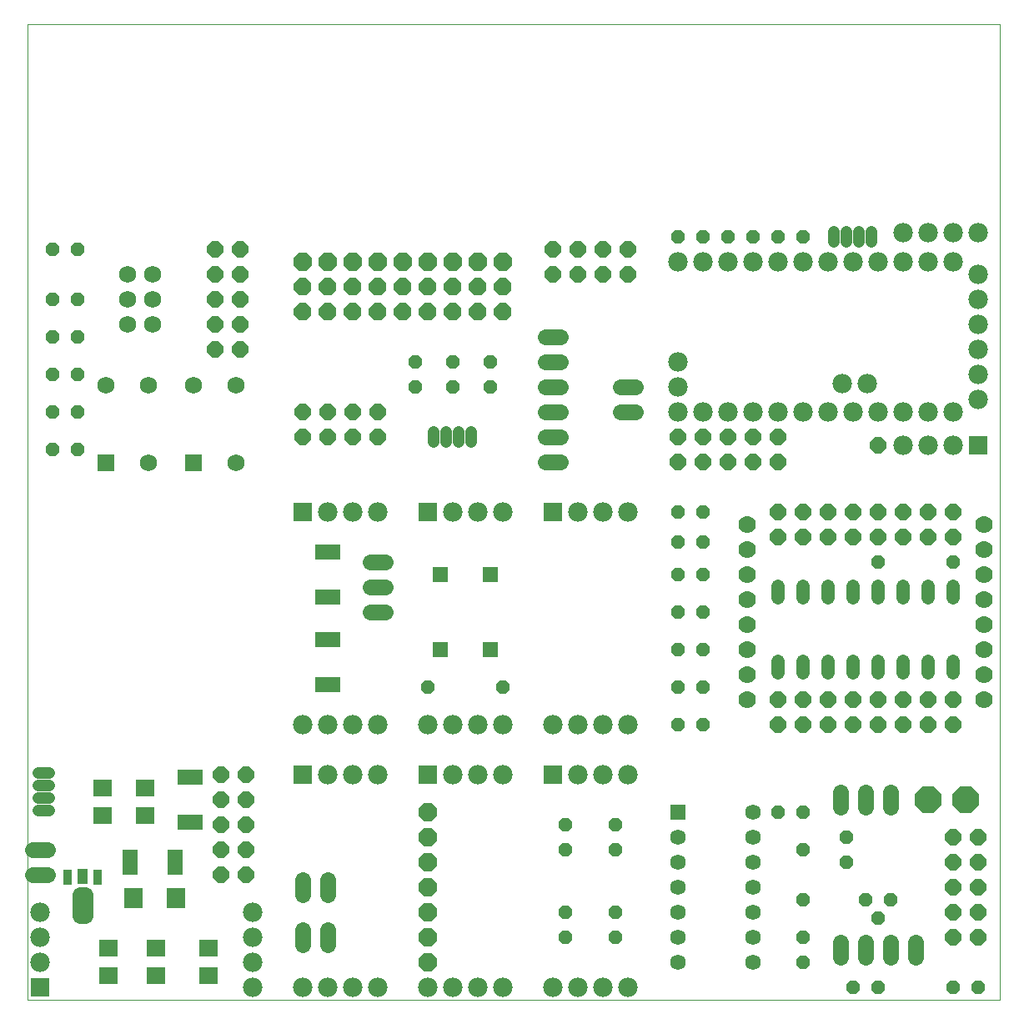
<source format=gbs>
G75*
%MOIN*%
%OFA0B0*%
%FSLAX24Y24*%
%IPPOS*%
%LPD*%
%AMOC8*
5,1,8,0,0,1.08239X$1,22.5*
%
%ADD10C,0.0000*%
%ADD11R,0.0749X0.0670*%
%ADD12R,0.0740X0.0840*%
%ADD13R,0.0355X0.0591*%
%ADD14C,0.0630*%
%ADD15R,0.0394X0.0630*%
%ADD16OC8,0.0640*%
%ADD17C,0.0640*%
%ADD18R,0.0690X0.0690*%
%ADD19C,0.0690*%
%ADD20OC8,0.0520*%
%ADD21R,0.0625X0.0625*%
%ADD22C,0.0625*%
%ADD23OC8,0.1040*%
%ADD24C,0.0780*%
%ADD25C,0.0680*%
%ADD26OC8,0.0740*%
%ADD27OC8,0.0700*%
%ADD28C,0.0453*%
%ADD29C,0.0700*%
%ADD30C,0.0520*%
%ADD31R,0.0780X0.0780*%
%ADD32R,0.0631X0.0631*%
%ADD33R,0.0985X0.0631*%
%ADD34R,0.0631X0.0985*%
D10*
X000535Y000450D02*
X000535Y039446D01*
X039405Y039446D01*
X039405Y000450D01*
X000535Y000450D01*
D11*
X003785Y001399D03*
X003785Y002501D03*
X005685Y002501D03*
X005685Y001399D03*
X007785Y001399D03*
X007785Y002501D03*
X005235Y007799D03*
X005235Y008901D03*
X003535Y008901D03*
X003535Y007799D03*
D12*
X004785Y004500D03*
X006485Y004500D03*
D13*
X003335Y005350D03*
X002135Y005350D03*
D14*
X002630Y003807D02*
X002840Y003807D01*
X002630Y003807D02*
X002630Y004653D01*
X002840Y004653D01*
X002840Y003807D01*
X002840Y004436D02*
X002630Y004436D01*
D15*
X002735Y005380D03*
D16*
X008285Y005450D03*
X008285Y006450D03*
X008285Y007450D03*
X008285Y008450D03*
X008285Y009450D03*
X009285Y009450D03*
X009285Y008450D03*
X009285Y007450D03*
X009285Y006450D03*
X009285Y005450D03*
X026535Y021950D03*
X027535Y021950D03*
X027535Y022950D03*
X026535Y022950D03*
X028535Y022950D03*
X029535Y022950D03*
X029535Y021950D03*
X028535Y021950D03*
X030535Y021950D03*
X030535Y022950D03*
X030535Y019950D03*
X031535Y019950D03*
X031535Y018950D03*
X030535Y018950D03*
X032535Y018950D03*
X033535Y018950D03*
X033535Y019950D03*
X032535Y019950D03*
X034535Y019950D03*
X035535Y019950D03*
X035535Y018950D03*
X034535Y018950D03*
X036535Y018950D03*
X037535Y018950D03*
X037535Y019950D03*
X036535Y019950D03*
X034535Y022600D03*
X024535Y029450D03*
X024535Y030450D03*
X023535Y030450D03*
X022535Y030450D03*
X022535Y029450D03*
X023535Y029450D03*
X021535Y029450D03*
X021535Y030450D03*
X014535Y023950D03*
X014535Y022950D03*
X013535Y022950D03*
X012535Y022950D03*
X012535Y023950D03*
X013535Y023950D03*
X011535Y023950D03*
X011535Y022950D03*
X009035Y026450D03*
X008035Y026450D03*
X008035Y027450D03*
X008035Y028450D03*
X009035Y028450D03*
X009035Y027450D03*
X009035Y029450D03*
X008035Y029450D03*
X008035Y030450D03*
X009035Y030450D03*
X030535Y012450D03*
X031535Y012450D03*
X031535Y011450D03*
X030535Y011450D03*
X032535Y011450D03*
X033535Y011450D03*
X033535Y012450D03*
X032535Y012450D03*
X034535Y012450D03*
X035535Y012450D03*
X035535Y011450D03*
X034535Y011450D03*
X036535Y011450D03*
X037535Y011450D03*
X037535Y012450D03*
X036535Y012450D03*
X037535Y006950D03*
X037535Y005950D03*
X037535Y004950D03*
X037535Y003950D03*
X037535Y002950D03*
X038535Y002950D03*
X038535Y003950D03*
X038535Y004950D03*
X038535Y005950D03*
X038535Y006950D03*
D17*
X035035Y008150D02*
X035035Y008750D01*
X034035Y008750D02*
X034035Y008150D01*
X033035Y008150D02*
X033035Y008750D01*
X033035Y002750D02*
X033035Y002150D01*
X034035Y002150D02*
X034035Y002750D01*
X035035Y002750D02*
X035035Y002150D01*
X036035Y002150D02*
X036035Y002750D01*
X021835Y021950D02*
X021235Y021950D01*
X021235Y022950D02*
X021835Y022950D01*
X021835Y023950D02*
X021235Y023950D01*
X021235Y024950D02*
X021835Y024950D01*
X021835Y025950D02*
X021235Y025950D01*
X021235Y026950D02*
X021835Y026950D01*
X024235Y024950D02*
X024835Y024950D01*
X024835Y023950D02*
X024235Y023950D01*
X014835Y017950D02*
X014235Y017950D01*
X014235Y016950D02*
X014835Y016950D01*
X014835Y015950D02*
X014235Y015950D01*
X012535Y005250D02*
X012535Y004650D01*
X011535Y004650D02*
X011535Y005250D01*
X011535Y003250D02*
X011535Y002650D01*
X012535Y002650D02*
X012535Y003250D01*
X001335Y005450D02*
X000735Y005450D01*
X000735Y006450D02*
X001335Y006450D01*
D18*
X003685Y021900D03*
X007185Y021900D03*
D19*
X005385Y021900D03*
X005385Y025000D03*
X003685Y025000D03*
X007185Y025000D03*
X008885Y025000D03*
X008885Y021900D03*
D20*
X002535Y022450D03*
X001535Y022450D03*
X001535Y023950D03*
X002535Y023950D03*
X002535Y025450D03*
X001535Y025450D03*
X001535Y026950D03*
X002535Y026950D03*
X002535Y028450D03*
X001535Y028450D03*
X001535Y030450D03*
X002535Y030450D03*
X016035Y025950D03*
X016035Y024950D03*
X017535Y024950D03*
X017535Y025950D03*
X019035Y025950D03*
X019035Y024950D03*
X026535Y019950D03*
X027535Y019950D03*
X027535Y018750D03*
X026535Y018750D03*
X026535Y017450D03*
X027535Y017450D03*
X027535Y015950D03*
X026535Y015950D03*
X026535Y014450D03*
X027535Y014450D03*
X027535Y012950D03*
X026535Y012950D03*
X026535Y011450D03*
X027535Y011450D03*
X030535Y007950D03*
X031535Y007950D03*
X031535Y006450D03*
X033285Y005950D03*
X033285Y006950D03*
X034035Y004450D03*
X034535Y003700D03*
X035035Y004450D03*
X031535Y004450D03*
X031535Y002950D03*
X031535Y001950D03*
X033535Y000950D03*
X034535Y000950D03*
X037535Y000950D03*
X038535Y000950D03*
X024035Y002950D03*
X024035Y003950D03*
X022035Y003950D03*
X022035Y002950D03*
X022035Y006450D03*
X022035Y007450D03*
X024035Y007450D03*
X024035Y006450D03*
X019535Y012950D03*
X016535Y012950D03*
X034535Y017950D03*
X037535Y017950D03*
X031535Y030950D03*
X030535Y030950D03*
X029535Y030950D03*
X028535Y030950D03*
X027535Y030950D03*
X026535Y030950D03*
D21*
X026535Y007950D03*
D22*
X026535Y006950D03*
X026535Y005950D03*
X026535Y004950D03*
X026535Y003950D03*
X026535Y002950D03*
X026535Y001950D03*
X029535Y001950D03*
X029535Y002950D03*
X029535Y003950D03*
X029535Y004950D03*
X029535Y005950D03*
X029535Y006950D03*
X029535Y007950D03*
D23*
X036535Y008450D03*
X038035Y008450D03*
D24*
X024535Y009450D03*
X023535Y009450D03*
X022535Y009450D03*
X022535Y011450D03*
X023535Y011450D03*
X024535Y011450D03*
X021535Y011450D03*
X019535Y011450D03*
X018535Y011450D03*
X017535Y011450D03*
X016535Y011450D03*
X014535Y011450D03*
X013535Y011450D03*
X012535Y011450D03*
X011535Y011450D03*
X012535Y009450D03*
X013535Y009450D03*
X014535Y009450D03*
X017535Y009450D03*
X018535Y009450D03*
X019535Y009450D03*
X019535Y000950D03*
X018535Y000950D03*
X017535Y000950D03*
X016535Y000950D03*
X014535Y000950D03*
X013535Y000950D03*
X012535Y000950D03*
X011535Y000950D03*
X009535Y000950D03*
X009535Y001950D03*
X009535Y002950D03*
X009535Y003950D03*
X001035Y003950D03*
X001035Y002950D03*
X001035Y001950D03*
X012535Y019950D03*
X013535Y019950D03*
X014535Y019950D03*
X017535Y019950D03*
X018535Y019950D03*
X019535Y019950D03*
X022535Y019950D03*
X023535Y019950D03*
X024535Y019950D03*
X026535Y023950D03*
X027535Y023950D03*
X028535Y023950D03*
X029535Y023950D03*
X030535Y023950D03*
X031535Y023950D03*
X032535Y023950D03*
X033535Y023950D03*
X034535Y023950D03*
X035535Y023950D03*
X036535Y023950D03*
X037535Y023950D03*
X038535Y024450D03*
X038535Y025450D03*
X038535Y026450D03*
X038535Y027450D03*
X038535Y028450D03*
X038535Y029450D03*
X037535Y029950D03*
X036535Y029950D03*
X035535Y029950D03*
X034535Y029950D03*
X033535Y029950D03*
X032535Y029950D03*
X031535Y029950D03*
X030535Y029950D03*
X029535Y029950D03*
X028535Y029950D03*
X027535Y029950D03*
X026535Y029950D03*
X026535Y025950D03*
X026535Y024950D03*
X033098Y025075D03*
X034098Y025075D03*
X035535Y022600D03*
X036535Y022600D03*
X037535Y022600D03*
X037535Y031100D03*
X036535Y031100D03*
X035535Y031100D03*
X038535Y031100D03*
X024535Y000950D03*
X023535Y000950D03*
X022535Y000950D03*
X021535Y000950D03*
D25*
X005535Y027450D03*
X004535Y027450D03*
X004535Y028450D03*
X005535Y028450D03*
X005535Y029450D03*
X004535Y029450D03*
D26*
X011535Y029950D03*
X012535Y029950D03*
X013535Y029950D03*
X014535Y029950D03*
X015535Y029950D03*
X016535Y029950D03*
X017535Y029950D03*
X018535Y029950D03*
X019535Y029950D03*
X016535Y007950D03*
X016535Y006950D03*
X016535Y005950D03*
X016535Y004950D03*
X016535Y003950D03*
X016535Y002950D03*
X016535Y001950D03*
X016535Y000950D03*
D27*
X016535Y027950D03*
X017535Y027950D03*
X017535Y028950D03*
X016535Y028950D03*
X015535Y028950D03*
X014535Y028950D03*
X013535Y028950D03*
X012535Y028950D03*
X011535Y028950D03*
X011535Y027950D03*
X012535Y027950D03*
X013535Y027950D03*
X014535Y027950D03*
X015535Y027950D03*
X018535Y027950D03*
X019535Y027950D03*
X019535Y028950D03*
X018535Y028950D03*
D28*
X018285Y023157D02*
X018285Y022743D01*
X017785Y022743D02*
X017785Y023157D01*
X017285Y023157D02*
X017285Y022743D01*
X016785Y022743D02*
X016785Y023157D01*
X001392Y009500D02*
X000978Y009500D01*
X000978Y009000D02*
X001392Y009000D01*
X001392Y008500D02*
X000978Y008500D01*
X000978Y008000D02*
X001392Y008000D01*
X032785Y030743D02*
X032785Y031157D01*
X033285Y031157D02*
X033285Y030743D01*
X033785Y030743D02*
X033785Y031157D01*
X034285Y031157D02*
X034285Y030743D01*
D29*
X038759Y019450D03*
X038759Y018450D03*
X038759Y017450D03*
X038759Y016450D03*
X038759Y015450D03*
X038759Y014450D03*
X038759Y013450D03*
X038759Y012450D03*
X029311Y012450D03*
X029311Y013450D03*
X029311Y014450D03*
X029311Y015450D03*
X029311Y016450D03*
X029311Y017450D03*
X029311Y018450D03*
X029311Y019450D03*
D30*
X030535Y016990D02*
X030535Y016510D01*
X031535Y016510D02*
X031535Y016990D01*
X032535Y016990D02*
X032535Y016510D01*
X033535Y016510D02*
X033535Y016990D01*
X034535Y016990D02*
X034535Y016510D01*
X035535Y016510D02*
X035535Y016990D01*
X036535Y016990D02*
X036535Y016510D01*
X037535Y016510D02*
X037535Y016990D01*
X037535Y013990D02*
X037535Y013510D01*
X036535Y013510D02*
X036535Y013990D01*
X035535Y013990D02*
X035535Y013510D01*
X034535Y013510D02*
X034535Y013990D01*
X033535Y013990D02*
X033535Y013510D01*
X032535Y013510D02*
X032535Y013990D01*
X031535Y013990D02*
X031535Y013510D01*
X030535Y013510D02*
X030535Y013990D01*
D31*
X038535Y022600D03*
X021535Y019950D03*
X016535Y019950D03*
X011535Y019950D03*
X011535Y009450D03*
X016535Y009450D03*
X021535Y009450D03*
X001035Y000950D03*
D32*
X017035Y014450D03*
X019035Y014450D03*
X019035Y017450D03*
X017035Y017450D03*
D33*
X012535Y016544D03*
X012535Y014856D03*
X012535Y013044D03*
X012535Y018356D03*
X007035Y009356D03*
X007035Y007544D03*
D34*
X006441Y005950D03*
X004630Y005950D03*
M02*

</source>
